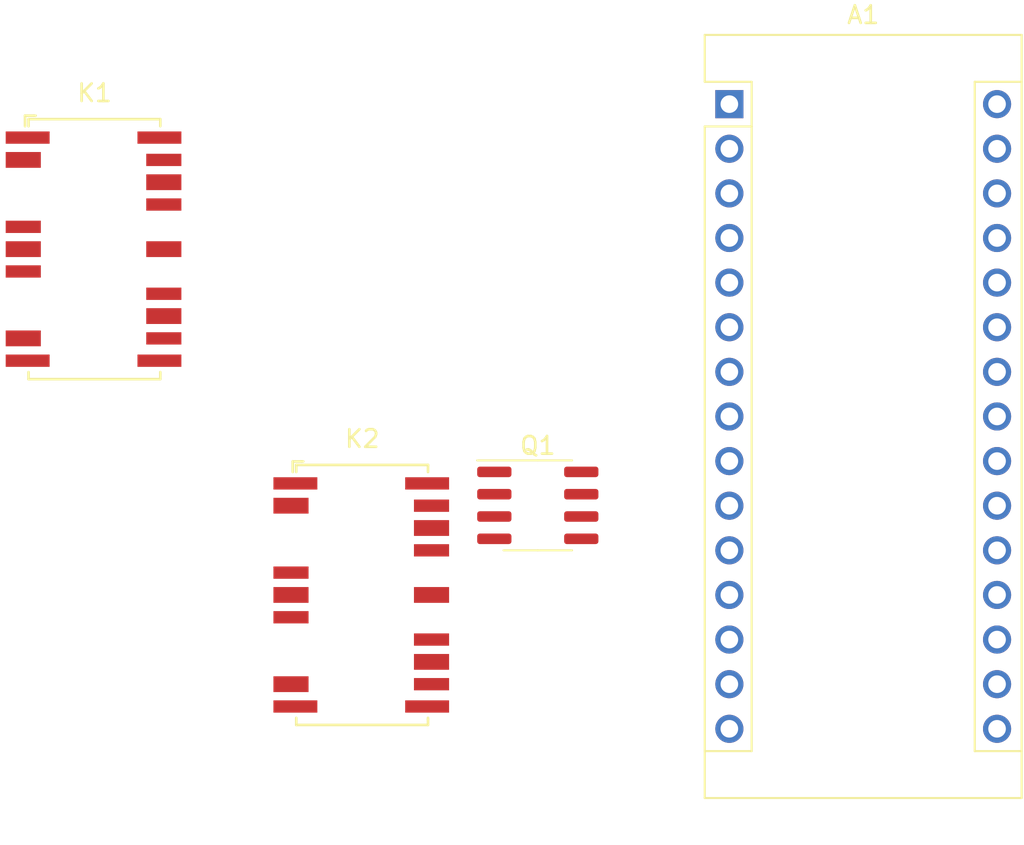
<source format=kicad_pcb>
(kicad_pcb (version 20211014) (generator pcbnew)
  (layers (0 "F.Cu" signal) (31 "B.Cu" signal) (34 "B.Paste" user) (35 "F.Paste" user) (36 "B.SilkS" user "B.Silkscreen") (37 "F.SilkS" user "F.Silkscreen") (38 "B.Mask" user) (39 "F.Mask" user) (44 "Edge.Cuts" user))
  (net 0 "")
  (net 31 "GND")
  (net 32 "+VDC")
  (net 33 "/XCVR")
  (net 34 "Net-(K1-Pad11)")
  (net 35 "/LNA_OUT")
  (net 36 "Net-(K1-Pad20)")
  (net 37 "/ANT")
  (net 38 "/LNA_IN")
  (net 39 "/RX{slash}^TX")
  (footprint "Relay_SMD:Relay_SPDT_AXICOM_HF3Series_50ohms_Pitch1.27mm" (layer "F.Cu") (at 100.965 87.63)
    (fp_text reference "K2" (at 0.06 -8.89) (layer "F.SilkS"))
    (fp_text value "HF3-56")
    (fp_line (start 3.8 7.4) (end -3.7 7.4) (layer "F.SilkS") (width 0.15))
    (fp_line (start 3.8 -7.4) (end -3.7 -7.4) (layer "F.SilkS") (width 0.15))
    (fp_line (start -3.9 -7) (end -3.9 -7.6) (layer "F.SilkS") (width 0.15))
    (fp_line (start 3.8 -7) (end 3.8 -7.4) (layer "F.SilkS") (width 0.15))
    (fp_line (start -3.9 -7.6) (end -3.4 -7.6) (layer "F.SilkS") (width 0.15))
    (fp_line (start 3.8 7.1) (end 3.8 7) (layer "F.SilkS") (width 0.15))
    (fp_line (start -3.4 -7.6) (end -3.3 -7.6) (layer "F.SilkS") (width 0.15))
    (fp_line (start 3.8 7.1) (end 3.8 7.4) (layer "F.SilkS") (width 0.15))
    (fp_line (start -3.7 -7.4) (end -3.7 -7) (layer "F.SilkS") (width 0.15))
    (fp_line (start -3.7 7.4) (end -3.7 7) (layer "F.SilkS") (width 0.15))
    (pad "1" smd rect (at -3.75 -6.35) (size 2.5 0.7) (layers "F.Cu" "F.Paste" "F.Mask") (net 32 "+VDC"))
    (pad "2" smd rect (at -4 -5.08) (size 2 0.9) (layers "F.Cu" "F.Paste" "F.Mask") (net 31 "GND"))
    (pad "5" smd rect (at -4 -1.27) (size 2 0.7) (layers "F.Cu" "F.Paste" "F.Mask") (net 31 "GND"))
    (pad "6" smd rect (at -4 0) (size 2 0.9) (layers "F.Cu" "F.Paste" "F.Mask") (net 37 "/ANT"))
    (pad "7" smd rect (at -4 1.27) (size 2 0.7) (layers "F.Cu" "F.Paste" "F.Mask") (net 31 "GND"))
    (pad "10" smd rect (at -4 5.08) (size 2 0.9) (layers "F.Cu" "F.Paste" "F.Mask") (net 31 "GND"))
    (pad "11" smd rect (at -3.75 6.35) (size 2.5 0.7) (layers "F.Cu" "F.Paste" "F.Mask") (net 34 "Net-(K1-Pad11)"))
    (pad "12" smd rect (at 3.75 6.35) (size 2.5 0.7) (layers "F.Cu" "F.Paste" "F.Mask") (net 31 "GND"))
    (pad "13" smd rect (at 4 5.08) (size 2 0.7) (layers "F.Cu" "F.Paste" "F.Mask") (net 31 "GND"))
    (pad "14" smd rect (at 4 3.81) (size 2 0.9) (layers "F.Cu" "F.Paste" "F.Mask") (net 38 "/LNA_IN"))
    (pad "15" smd rect (at 4 2.54) (size 2 0.7) (layers "F.Cu" "F.Paste" "F.Mask") (net 31 "GND"))
    (pad "17" smd rect (at 4 0) (size 2 0.9) (layers "F.Cu" "F.Paste" "F.Mask") (net 31 "GND"))
    (pad "19" smd rect (at 4 -2.54) (size 2 0.7) (layers "F.Cu" "F.Paste" "F.Mask") (net 31 "GND"))
    (pad "20" smd rect (at 4 -3.81) (size 2 0.9) (layers "F.Cu" "F.Paste" "F.Mask") (net 36 "Net-(K1-Pad20)"))
    (pad "21" smd rect (at 4 -5.08) (size 2 0.7) (layers "F.Cu" "F.Paste" "F.Mask") (net 31 "GND"))
    (pad "22" smd rect (at 3.75 -6.35) (size 2.5 0.7) (layers "F.Cu" "F.Paste" "F.Mask") (net 31 "GND"))
  )
  (footprint "Package_SO:SOIC-8_3.9x4.9mm_P1.27mm" (layer "F.Cu") (at 111.015 82.53)
    (fp_text reference "Q1" (at 0 -3.4) (layer "F.SilkS"))
    (fp_text value "IRF7309IPBF")
    (fp_line (start 0 -2.56) (end -3.45 -2.56) (layer "F.SilkS") (width 0.12))
    (fp_line (start 0 2.56) (end -1.95 2.56) (layer "F.SilkS") (width 0.12))
    (fp_line (start 0 2.56) (end 1.95 2.56) (layer "F.SilkS") (width 0.12))
    (fp_line (start 0 -2.56) (end 1.95 -2.56) (layer "F.SilkS") (width 0.12))
    (pad "1" smd roundrect (at -2.475 -1.905) (size 1.95 0.6) (layers "F.Cu" "F.Paste" "F.Mask") (net 31 "GND"))
    (pad "2" smd roundrect (at -2.475 -0.635) (size 1.95 0.6) (layers "F.Cu" "F.Paste" "F.Mask") (net 39 "/RX{slash}^TX"))
    (pad "3" smd roundrect (at -2.475 0.635) (size 1.95 0.6) (layers "F.Cu" "F.Paste" "F.Mask"))
    (pad "4" smd roundrect (at -2.475 1.905) (size 1.95 0.6) (layers "F.Cu" "F.Paste" "F.Mask"))
    (pad "5" smd roundrect (at 2.475 1.905) (size 1.95 0.6) (layers "F.Cu" "F.Paste" "F.Mask"))
    (pad "6" smd roundrect (at 2.475 0.635) (size 1.95 0.6) (layers "F.Cu" "F.Paste" "F.Mask"))
    (pad "7" smd roundrect (at 2.475 -0.635) (size 1.95 0.6) (layers "F.Cu" "F.Paste" "F.Mask") (net 34 "Net-(K1-Pad11)"))
    (pad "8" smd roundrect (at 2.475 -1.905) (size 1.95 0.6) (layers "F.Cu" "F.Paste" "F.Mask") (net 34 "Net-(K1-Pad11)"))
  )
  (footprint "Relay_SMD:Relay_SPDT_AXICOM_HF3Series_50ohms_Pitch1.27mm" (layer "F.Cu") (at 85.725 67.945)
    (fp_text reference "K1" (at 0.06 -8.89) (layer "F.SilkS"))
    (fp_text value "HF3-56")
    (fp_line (start 3.8 7.1) (end 3.8 7) (layer "F.SilkS") (width 0.15))
    (fp_line (start -3.9 -7) (end -3.9 -7.6) (layer "F.SilkS") (width 0.15))
    (fp_line (start 3.8 -7) (end 3.8 -7.4) (layer "F.SilkS") (width 0.15))
    (fp_line (start -3.7 -7.4) (end -3.7 -7) (layer "F.SilkS") (width 0.15))
    (fp_line (start -3.9 -7.6) (end -3.4 -7.6) (layer "F.SilkS") (width 0.15))
    (fp_line (start 3.8 7.4) (end -3.7 7.4) (layer "F.SilkS") (width 0.15))
    (fp_line (start 3.8 -7.4) (end -3.7 -7.4) (layer "F.SilkS") (width 0.15))
    (fp_line (start 3.8 7.1) (end 3.8 7.4) (layer "F.SilkS") (width 0.15))
    (fp_line (start -3.4 -7.6) (end -3.3 -7.6) (layer "F.SilkS") (width 0.15))
    (fp_line (start -3.7 7.4) (end -3.7 7) (layer "F.SilkS") (width 0.15))
    (pad "1" smd rect (at -3.75 -6.35) (size 2.5 0.7) (layers "F.Cu" "F.Paste" "F.Mask") (net 32 "+VDC"))
    (pad "2" smd rect (at -4 -5.08) (size 2 0.9) (layers "F.Cu" "F.Paste" "F.Mask") (net 31 "GND"))
    (pad "5" smd rect (at -4 -1.27) (size 2 0.7) (layers "F.Cu" "F.Paste" "F.Mask") (net 31 "GND"))
    (pad "6" smd rect (at -4 0) (size 2 0.9) (layers "F.Cu" "F.Paste" "F.Mask") (net 33 "/XCVR"))
    (pad "7" smd rect (at -4 1.27) (size 2 0.7) (layers "F.Cu" "F.Paste" "F.Mask") (net 31 "GND"))
    (pad "10" smd rect (at -4 5.08) (size 2 0.9) (layers "F.Cu" "F.Paste" "F.Mask") (net 31 "GND"))
    (pad "11" smd rect (at -3.75 6.35) (size 2.5 0.7) (layers "F.Cu" "F.Paste" "F.Mask") (net 34 "Net-(K1-Pad11)"))
    (pad "12" smd rect (at 3.75 6.35) (size 2.5 0.7) (layers "F.Cu" "F.Paste" "F.Mask") (net 31 "GND"))
    (pad "13" smd rect (at 4 5.08) (size 2 0.7) (layers "F.Cu" "F.Paste" "F.Mask") (net 31 "GND"))
    (pad "14" smd rect (at 4 3.81) (size 2 0.9) (layers "F.Cu" "F.Paste" "F.Mask") (net 35 "/LNA_OUT"))
    (pad "15" smd rect (at 4 2.54) (size 2 0.7) (layers "F.Cu" "F.Paste" "F.Mask") (net 31 "GND"))
    (pad "17" smd rect (at 4 0) (size 2 0.9) (layers "F.Cu" "F.Paste" "F.Mask") (net 31 "GND"))
    (pad "19" smd rect (at 4 -2.54) (size 2 0.7) (layers "F.Cu" "F.Paste" "F.Mask") (net 31 "GND"))
    (pad "20" smd rect (at 4 -3.81) (size 2 0.9) (layers "F.Cu" "F.Paste" "F.Mask") (net 36 "Net-(K1-Pad20)"))
    (pad "21" smd rect (at 4 -5.08) (size 2 0.7) (layers "F.Cu" "F.Paste" "F.Mask") (net 31 "GND"))
    (pad "22" smd rect (at 3.75 -6.35) (size 2.5 0.7) (layers "F.Cu" "F.Paste" "F.Mask") (net 31 "GND"))
  )
  (footprint "Module:Arduino_Nano" (layer "F.Cu") (at 121.92 59.69)
    (fp_text reference "A1" (at 7.62 -5.08) (layer "F.SilkS"))
    (fp_text value "Arduino_Nano_v3.x")
    (fp_line (start 1.27 1.27) (end -1.4 1.27) (layer "F.SilkS") (width 0.12))
    (fp_line (start 13.97 -1.27) (end 16.64 -1.27) (layer "F.SilkS") (width 0.12))
    (fp_line (start -1.4 -3.94) (end -1.4 -1.27) (layer "F.SilkS") (width 0.12))
    (fp_line (start 13.97 36.83) (end 16.64 36.83) (layer "F.SilkS") (width 0.12))
    (fp_line (start 16.64 -3.94) (end -1.4 -3.94) (layer "F.SilkS") (width 0.12))
    (fp_line (start 1.27 -1.27) (end -1.4 -1.27) (layer "F.SilkS") (width 0.12))
    (fp_line (start 1.27 1.27) (end 1.27 -1.27) (layer "F.SilkS") (width 0.12))
    (fp_line (start -1.4 39.5) (end 16.64 39.5) (layer "F.SilkS") (width 0.12))
    (fp_line (start 13.97 -1.27) (end 13.97 36.83) (layer "F.SilkS") (width 0.12))
    (fp_line (start 1.27 36.83) (end -1.4 36.83) (layer "F.SilkS") (width 0.12))
    (fp_line (start -1.4 1.27) (end -1.4 39.5) (layer "F.SilkS") (width 0.12))
    (fp_line (start 16.64 39.5) (end 16.64 -3.94) (layer "F.SilkS") (width 0.12))
    (fp_line (start 1.27 1.27) (end 1.27 36.83) (layer "F.SilkS") (width 0.12))
    (pad "1" thru_hole rect (at 0 0) (size 1.6 1.6) (drill 1) (layers *.Cu *.Mask))
    (pad "2" thru_hole oval (at 0 2.54) (size 1.6 1.6) (drill 1) (layers *.Cu *.Mask))
    (pad "3" thru_hole oval (at 0 5.08) (size 1.6 1.6) (drill 1) (layers *.Cu *.Mask))
    (pad "4" thru_hole oval (at 0 7.62) (size 1.6 1.6) (drill 1) (layers *.Cu *.Mask))
    (pad "5" thru_hole oval (at 0 10.16) (size 1.6 1.6) (drill 1) (layers *.Cu *.Mask))
    (pad "6" thru_hole oval (at 0 12.7) (size 1.6 1.6) (drill 1) (layers *.Cu *.Mask))
    (pad "7" thru_hole oval (at 0 15.24) (size 1.6 1.6) (drill 1) (layers *.Cu *.Mask))
    (pad "8" thru_hole oval (at 0 17.78) (size 1.6 1.6) (drill 1) (layers *.Cu *.Mask))
    (pad "9" thru_hole oval (at 0 20.32) (size 1.6 1.6) (drill 1) (layers *.Cu *.Mask))
    (pad "10" thru_hole oval (at 0 22.86) (size 1.6 1.6) (drill 1) (layers *.Cu *.Mask))
    (pad "11" thru_hole oval (at 0 25.4) (size 1.6 1.6) (drill 1) (layers *.Cu *.Mask))
    (pad "12" thru_hole oval (at 0 27.94) (size 1.6 1.6) (drill 1) (layers *.Cu *.Mask))
    (pad "13" thru_hole oval (at 0 30.48) (size 1.6 1.6) (drill 1) (layers *.Cu *.Mask))
    (pad "14" thru_hole oval (at 0 33.02) (size 1.6 1.6) (drill 1) (layers *.Cu *.Mask))
    (pad "15" thru_hole oval (at 0 35.56) (size 1.6 1.6) (drill 1) (layers *.Cu *.Mask))
    (pad "16" thru_hole oval (at 15.24 35.56) (size 1.6 1.6) (drill 1) (layers *.Cu *.Mask))
    (pad "17" thru_hole oval (at 15.24 33.02) (size 1.6 1.6) (drill 1) (layers *.Cu *.Mask))
    (pad "18" thru_hole oval (at 15.24 30.48) (size 1.6 1.6) (drill 1) (layers *.Cu *.Mask))
    (pad "19" thru_hole oval (at 15.24 27.94) (size 1.6 1.6) (drill 1) (layers *.Cu *.Mask))
    (pad "20" thru_hole oval (at 15.24 25.4) (size 1.6 1.6) (drill 1) (layers *.Cu *.Mask))
    (pad "21" thru_hole oval (at 15.24 22.86) (size 1.6 1.6) (drill 1) (layers *.Cu *.Mask))
    (pad "22" thru_hole oval (at 15.24 20.32) (size 1.6 1.6) (drill 1) (layers *.Cu *.Mask))
    (pad "23" thru_hole oval (at 15.24 17.78) (size 1.6 1.6) (drill 1) (layers *.Cu *.Mask))
    (pad "24" thru_hole oval (at 15.24 15.24) (size 1.6 1.6) (drill 1) (layers *.Cu *.Mask))
    (pad "25" thru_hole oval (at 15.24 12.7) (size 1.6 1.6) (drill 1) (layers *.Cu *.Mask))
    (pad "26" thru_hole oval (at 15.24 10.16) (size 1.6 1.6) (drill 1) (layers *.Cu *.Mask))
    (pad "27" thru_hole oval (at 15.24 7.62) (size 1.6 1.6) (drill 1) (layers *.Cu *.Mask))
    (pad "28" thru_hole oval (at 15.24 5.08) (size 1.6 1.6) (drill 1) (layers *.Cu *.Mask))
    (pad "29" thru_hole oval (at 15.24 2.54) (size 1.6 1.6) (drill 1) (layers *.Cu *.Mask))
    (pad "30" thru_hole oval (at 15.24 0) (size 1.6 1.6) (drill 1) (layers *.Cu *.Mask))
  )
)
</source>
